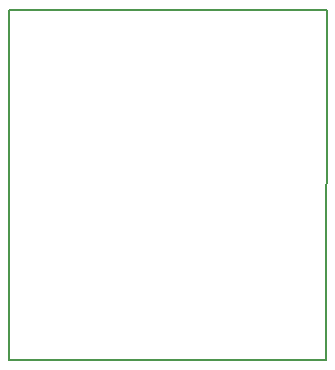
<source format=gbr>
G04 DipTrace 2.3.0.1*
%INbluetooth_modul_BoardOutline.gbr*%
%MOIN*%
%ADD11C,0.0055*%
%FSLAX44Y44*%
G04*
G70*
G90*
G75*
G01*
%LNBoardOutline*%
%LPD*%
X3940Y15633D2*
D11*
X14535D1*
X14523Y3940D1*
X3940D1*
Y15633D1*
M02*

</source>
